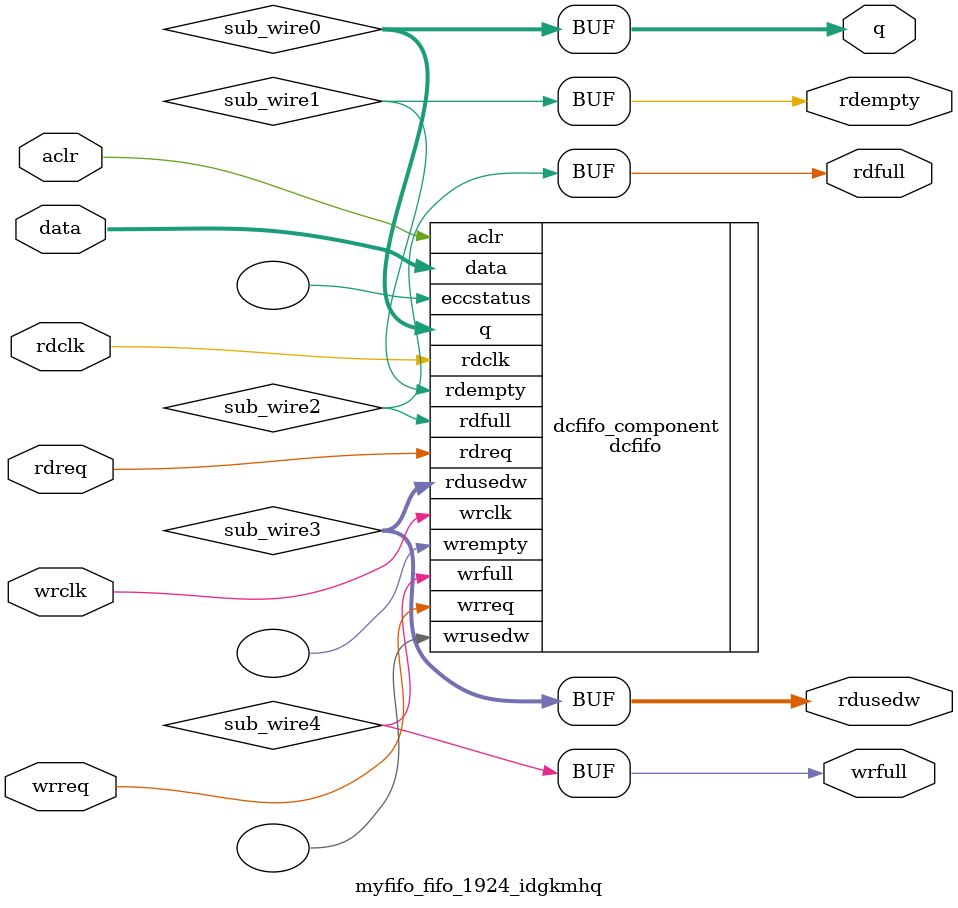
<source format=v>



`timescale 1 ps / 1 ps
// synopsys translate_on
module  myfifo_fifo_1924_idgkmhq  (
    aclr,
    data,
    rdclk,
    rdreq,
    wrclk,
    wrreq,
    q,
    rdempty,
    rdfull,
    rdusedw,
    wrfull);

    input    aclr;
    input  [63:0]  data;
    input    rdclk;
    input    rdreq;
    input    wrclk;
    input    wrreq;
    output [63:0]  q;
    output   rdempty;
    output   rdfull;
    output [9:0]  rdusedw;
    output   wrfull;
`ifndef ALTERA_RESERVED_QIS
// synopsys translate_off
`endif
    tri0     aclr;
`ifndef ALTERA_RESERVED_QIS
// synopsys translate_on
`endif

    wire [63:0] sub_wire0;
    wire  sub_wire1;
    wire  sub_wire2;
    wire [9:0] sub_wire3;
    wire  sub_wire4;
    wire [63:0] q = sub_wire0[63:0];
    wire  rdempty = sub_wire1;
    wire  rdfull = sub_wire2;
    wire [9:0] rdusedw = sub_wire3[9:0];
    wire  wrfull = sub_wire4;

    dcfifo  dcfifo_component (
                .aclr (aclr),
                .data (data),
                .rdclk (rdclk),
                .rdreq (rdreq),
                .wrclk (wrclk),
                .wrreq (wrreq),
                .q (sub_wire0),
                .rdempty (sub_wire1),
                .rdfull (sub_wire2),
                .rdusedw (sub_wire3),
                .wrfull (sub_wire4),
                .eccstatus (),
                .wrempty (),
                .wrusedw ());
    defparam
        dcfifo_component.enable_ecc  = "FALSE",
        dcfifo_component.intended_device_family  = "Cyclone 10 GX",
        dcfifo_component.lpm_hint  = "MAXIMUM_DEPTH=1024,DISABLE_DCFIFO_EMBEDDED_TIMING_CONSTRAINT=TRUE",
        dcfifo_component.lpm_numwords  = 1024,
        dcfifo_component.lpm_showahead  = "OFF",
        dcfifo_component.lpm_type  = "dcfifo",
        dcfifo_component.lpm_width  = 64,
        dcfifo_component.lpm_widthu  = 10,
        dcfifo_component.overflow_checking  = "ON",
        dcfifo_component.rdsync_delaypipe  = 5,
        dcfifo_component.read_aclr_synch  = "ON",
        dcfifo_component.underflow_checking  = "ON",
        dcfifo_component.use_eab  = "ON",
        dcfifo_component.write_aclr_synch  = "ON",
        dcfifo_component.wrsync_delaypipe  = 5;


endmodule



</source>
